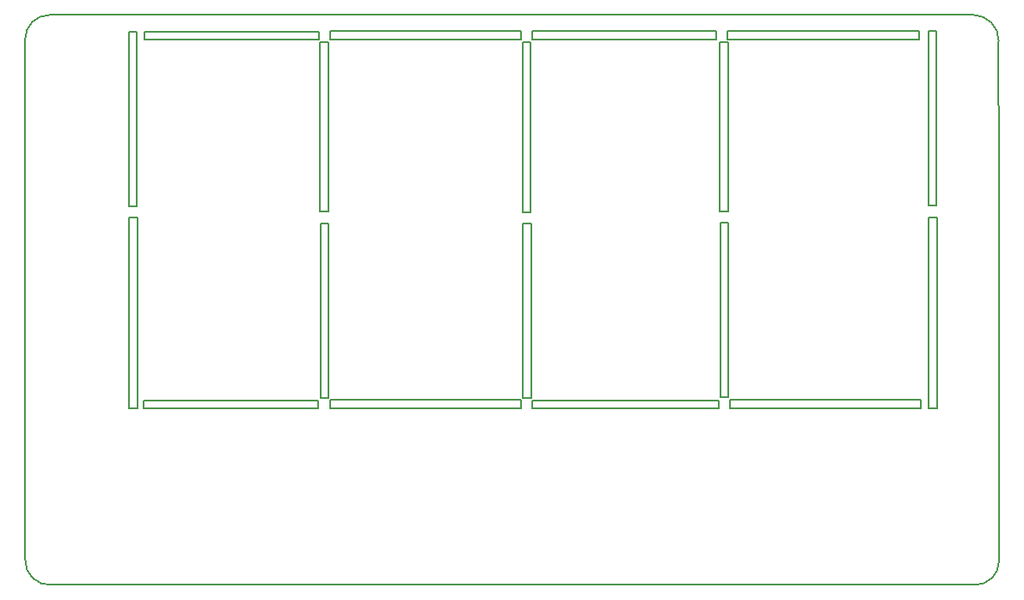
<source format=gko>
G04*
G04 #@! TF.GenerationSoftware,Altium Limited,Altium Designer,20.1.8 (145)*
G04*
G04 Layer_Color=16711935*
%FSAX24Y24*%
%MOIN*%
G70*
G04*
G04 #@! TF.SameCoordinates,11B2BD8A-5282-4B5C-B75C-580E7C91704B*
G04*
G04*
G04 #@! TF.FilePolarity,Positive*
G04*
G01*
G75*
%ADD26C,0.0060*%
%ADD35C,0.0050*%
D26*
X040830Y024782D02*
G03*
X039840Y025804I-001002J000020D01*
G01*
X004018Y025799D02*
G03*
X003085Y024876I-000005J-000928D01*
G01*
X039927Y003700D02*
G03*
X040839Y004622I-000005J000917D01*
G01*
X003085Y004676D02*
G03*
X004115Y003700I000953J-000026D01*
G01*
X040826Y024782D02*
X040827Y019853D01*
X004021Y025801D02*
X039840Y025804D01*
X003085Y004676D02*
X003085Y024871D01*
X004094Y003700D02*
X039925D01*
X040836Y015366D02*
X040839Y004612D01*
X040827Y019853D02*
X040829Y015375D01*
D35*
X030342Y010967D02*
Y017730D01*
X030027Y010967D02*
Y017730D01*
X030342D01*
X030027Y010967D02*
X030342Y010967D01*
X030017Y018180D02*
X030332Y018180D01*
X030017Y024750D02*
X030332D01*
X030017Y018180D02*
Y024750D01*
X030332Y018180D02*
Y024750D01*
X022702Y010947D02*
Y017710D01*
X022387Y010947D02*
Y017710D01*
X022702D01*
X022387Y010947D02*
X022702Y010947D01*
X022377Y018160D02*
X022692Y018160D01*
X022377Y024730D02*
X022692D01*
X022377Y018160D02*
Y024730D01*
X022692Y018160D02*
Y024730D01*
X014832Y018170D02*
Y024740D01*
X014517Y018170D02*
Y024740D01*
X014832D01*
X014517Y018170D02*
X014832Y018170D01*
X014527Y010957D02*
X014842Y010957D01*
X014527Y017720D02*
X014842D01*
X014527Y010957D02*
Y017720D01*
X014842Y010957D02*
Y017720D01*
X022320Y024848D02*
Y025163D01*
X022730Y024848D02*
X022730Y025163D01*
X030320Y024858D02*
X037730D01*
X030320Y025173D02*
X037730D01*
Y024858D02*
Y025173D01*
X030320Y024858D02*
X030320Y025173D01*
X029870Y024848D02*
Y025163D01*
X022730D02*
X029870D01*
X022730Y024848D02*
X029870D01*
X014910D02*
X022320D01*
X014910Y025163D02*
X022320D01*
X014910Y024848D02*
X014910Y025163D01*
X007697Y024838D02*
X007697Y025153D01*
X014460Y024838D02*
Y025153D01*
X007697D02*
X014460D01*
X007697Y024838D02*
X014460D01*
X030410Y010548D02*
X037820D01*
X030410Y010863D02*
X037820D01*
Y010548D02*
Y010863D01*
X030410Y010548D02*
X030410Y010863D01*
X022740Y010538D02*
X022740Y010853D01*
X029960Y010538D02*
Y010853D01*
X022740D02*
X029960D01*
X022740Y010538D02*
X029960D01*
X014900Y010548D02*
X022310D01*
X014900Y010863D02*
X022310D01*
Y010548D02*
Y010863D01*
X014900Y010548D02*
X014900Y010863D01*
X007687Y010538D02*
X007687Y010853D01*
X014450Y010538D02*
Y010853D01*
X007687D02*
X014450D01*
X007687Y010538D02*
X014450D01*
X038108Y018410D02*
Y025173D01*
X038423Y018410D02*
Y025173D01*
X038108Y018410D02*
X038423D01*
X038108Y025173D02*
X038423Y025173D01*
X038118Y017960D02*
X038433Y017960D01*
X038118Y010550D02*
X038433D01*
Y017960D01*
X038118Y010550D02*
Y017960D01*
X007118Y010530D02*
Y017940D01*
X007433Y010530D02*
Y017940D01*
X007118Y010530D02*
X007433D01*
X007118Y017940D02*
X007433Y017940D01*
X007108Y025153D02*
X007423Y025153D01*
X007108Y018390D02*
X007423D01*
Y025153D01*
X007108Y018390D02*
Y025153D01*
M02*

</source>
